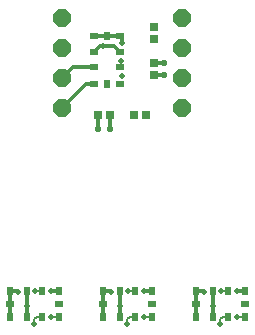
<source format=gbl>
G75*
%MOIN*%
%OFA0B0*%
%FSLAX24Y24*%
%IPPOS*%
%LPD*%
%AMOC8*
5,1,8,0,0,1.08239X$1,22.5*
%
%ADD10R,0.0236X0.0276*%
%ADD11R,0.0276X0.0236*%
%ADD12OC8,0.0600*%
%ADD13R,0.0315X0.0315*%
%ADD14C,0.0198*%
%ADD15C,0.0120*%
%ADD16OC8,0.0210*%
%ADD17C,0.0060*%
D10*
X005185Y006062D03*
X005742Y006062D03*
X006242Y006062D03*
X006799Y006062D03*
X006799Y006928D03*
X006242Y006928D03*
X005742Y006928D03*
X005185Y006928D03*
X008285Y006928D03*
X008842Y006928D03*
X009342Y006928D03*
X009899Y006928D03*
X009899Y006062D03*
X009342Y006062D03*
X008842Y006062D03*
X008285Y006062D03*
X011385Y006062D03*
X011942Y006062D03*
X012442Y006062D03*
X012999Y006062D03*
X012999Y006928D03*
X012442Y006928D03*
X011942Y006928D03*
X011385Y006928D03*
X008417Y013817D03*
X008417Y015431D03*
D11*
X008850Y015431D03*
X008850Y014874D03*
X008850Y014374D03*
X008850Y013817D03*
X007984Y013817D03*
X007984Y014374D03*
X007984Y014874D03*
X007984Y015431D03*
X008285Y006495D03*
X006799Y006495D03*
X005185Y006495D03*
X009899Y006495D03*
X011385Y006495D03*
X012999Y006495D03*
D12*
X010917Y013024D03*
X010917Y014024D03*
X010917Y015024D03*
X010917Y016024D03*
X006917Y016024D03*
X006917Y015024D03*
X006917Y014024D03*
X006917Y013024D03*
D13*
X008117Y012774D03*
X008517Y012774D03*
X009317Y012774D03*
X009717Y012774D03*
X009967Y014124D03*
X009967Y014524D03*
X009967Y015324D03*
X009967Y015724D03*
D14*
X008895Y015181D03*
X008867Y014594D03*
X008918Y014085D03*
X008266Y015074D03*
X008560Y006901D03*
X008836Y006414D03*
X009123Y006928D03*
X009656Y006924D03*
X009642Y006041D03*
X009092Y005821D03*
X006556Y006924D03*
X006023Y006928D03*
X005736Y006414D03*
X005460Y006901D03*
X005992Y005821D03*
X006542Y006041D03*
X011660Y006901D03*
X011936Y006414D03*
X012223Y006928D03*
X012756Y006924D03*
X012742Y006041D03*
X012192Y005821D03*
D15*
X011942Y006062D02*
X011936Y006062D01*
X011936Y006414D01*
X011936Y006928D01*
X011942Y006928D01*
X011660Y006928D02*
X011385Y006928D01*
X011385Y006495D01*
X011385Y006062D01*
X011660Y006901D02*
X011660Y006928D01*
X012756Y006924D02*
X012999Y006924D01*
X009899Y006924D02*
X009656Y006924D01*
X008842Y006928D02*
X008836Y006928D01*
X008836Y006414D01*
X008836Y006062D01*
X008842Y006062D01*
X008285Y006062D02*
X008285Y006495D01*
X008285Y006928D01*
X008560Y006928D01*
X008560Y006901D01*
X006799Y006924D02*
X006556Y006924D01*
X005742Y006928D02*
X005736Y006928D01*
X005736Y006414D01*
X005736Y006062D01*
X005742Y006062D01*
X005185Y006062D02*
X005185Y006495D01*
X005185Y006928D01*
X005460Y006928D01*
X005460Y006901D01*
X008117Y012324D02*
X008117Y012774D01*
X008517Y012774D02*
X008517Y012324D01*
X007984Y013817D02*
X007710Y013817D01*
X006917Y013024D01*
X006917Y014024D02*
X007267Y014374D01*
X007984Y014374D01*
X007984Y014874D02*
X008185Y015074D01*
X008266Y015074D01*
X008650Y015074D01*
X008850Y014874D01*
X008895Y015181D02*
X008895Y015386D01*
X008850Y015431D01*
X008417Y015431D01*
X008375Y015467D01*
X008287Y015431D02*
X007984Y015431D01*
X008287Y015431D02*
X008307Y015433D01*
X008326Y015437D01*
X008344Y015445D01*
X008360Y015455D01*
X008375Y015468D01*
X009967Y014524D02*
X010317Y014524D01*
X010317Y014124D02*
X009967Y014124D01*
D16*
X010317Y014124D03*
X010317Y014524D03*
X008517Y012324D03*
X008117Y012324D03*
D17*
X008850Y014374D02*
X008867Y014391D01*
X008867Y014594D01*
X009123Y006928D02*
X009342Y006928D01*
X009899Y006928D02*
X009899Y006924D01*
X009899Y006062D02*
X009673Y006062D01*
X009642Y006041D01*
X009342Y006062D02*
X009179Y006062D01*
X009092Y005975D01*
X009092Y005821D01*
X008836Y006414D02*
X008842Y006574D01*
X006799Y006924D02*
X006799Y006928D01*
X006242Y006928D02*
X006023Y006928D01*
X005742Y006574D02*
X005736Y006414D01*
X006079Y006062D02*
X005992Y005975D01*
X005992Y005821D01*
X006079Y006062D02*
X006242Y006062D01*
X006542Y006041D02*
X006573Y006062D01*
X006799Y006062D01*
X006799Y006021D01*
X011936Y006414D02*
X011942Y006574D01*
X012223Y006928D02*
X012442Y006928D01*
X012999Y006928D02*
X012999Y006924D01*
X012999Y006062D02*
X012773Y006062D01*
X012742Y006041D01*
X012442Y006062D02*
X012279Y006062D01*
X012192Y005975D01*
X012192Y005821D01*
M02*

</source>
